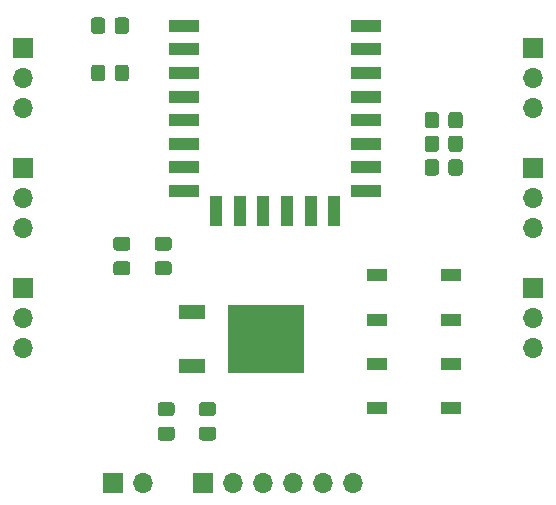
<source format=gts>
G04 #@! TF.GenerationSoftware,KiCad,Pcbnew,(6.0.5-0)*
G04 #@! TF.CreationDate,2022-06-12T23:19:16+02:00*
G04 #@! TF.ProjectId,ESP8266-Breakout,45535038-3236-4362-9d42-7265616b6f75,1.1*
G04 #@! TF.SameCoordinates,PX2faf080PY2faf080*
G04 #@! TF.FileFunction,Soldermask,Top*
G04 #@! TF.FilePolarity,Negative*
%FSLAX46Y46*%
G04 Gerber Fmt 4.6, Leading zero omitted, Abs format (unit mm)*
G04 Created by KiCad (PCBNEW (6.0.5-0)) date 2022-06-12 23:19:16*
%MOMM*%
%LPD*%
G01*
G04 APERTURE LIST*
%ADD10R,2.200000X1.200000*%
%ADD11R,6.400000X5.800000*%
%ADD12R,1.700000X1.000000*%
%ADD13R,1.700000X1.700000*%
%ADD14O,1.700000X1.700000*%
%ADD15R,2.500000X1.100000*%
%ADD16R,1.100000X2.500000*%
G04 APERTURE END LIST*
D10*
G04 #@! TO.C,U1*
X17700000Y-32970000D03*
D11*
X24000000Y-35250000D03*
D10*
X17700000Y-37530000D03*
G04 #@! TD*
D12*
G04 #@! TO.C,SW2*
X33350000Y-37350000D03*
X39650000Y-37350000D03*
X39650000Y-41150000D03*
X33350000Y-41150000D03*
G04 #@! TD*
G04 #@! TO.C,SW1*
X33350000Y-29850000D03*
X39650000Y-29850000D03*
X39650000Y-33650000D03*
X33350000Y-33650000D03*
G04 #@! TD*
G04 #@! TO.C,R5*
G36*
G01*
X40600000Y-18300000D02*
X40600000Y-19200000D01*
G75*
G02*
X40350000Y-19450000I-250000J0D01*
G01*
X39650000Y-19450000D01*
G75*
G02*
X39400000Y-19200000I0J250000D01*
G01*
X39400000Y-18300000D01*
G75*
G02*
X39650000Y-18050000I250000J0D01*
G01*
X40350000Y-18050000D01*
G75*
G02*
X40600000Y-18300000I0J-250000D01*
G01*
G37*
G36*
G01*
X38600000Y-18300000D02*
X38600000Y-19200000D01*
G75*
G02*
X38350000Y-19450000I-250000J0D01*
G01*
X37650000Y-19450000D01*
G75*
G02*
X37400000Y-19200000I0J250000D01*
G01*
X37400000Y-18300000D01*
G75*
G02*
X37650000Y-18050000I250000J0D01*
G01*
X38350000Y-18050000D01*
G75*
G02*
X38600000Y-18300000I0J-250000D01*
G01*
G37*
G04 #@! TD*
G04 #@! TO.C,R4*
G36*
G01*
X37400000Y-21200000D02*
X37400000Y-20300000D01*
G75*
G02*
X37650000Y-20050000I250000J0D01*
G01*
X38350000Y-20050000D01*
G75*
G02*
X38600000Y-20300000I0J-250000D01*
G01*
X38600000Y-21200000D01*
G75*
G02*
X38350000Y-21450000I-250000J0D01*
G01*
X37650000Y-21450000D01*
G75*
G02*
X37400000Y-21200000I0J250000D01*
G01*
G37*
G36*
G01*
X39400000Y-21200000D02*
X39400000Y-20300000D01*
G75*
G02*
X39650000Y-20050000I250000J0D01*
G01*
X40350000Y-20050000D01*
G75*
G02*
X40600000Y-20300000I0J-250000D01*
G01*
X40600000Y-21200000D01*
G75*
G02*
X40350000Y-21450000I-250000J0D01*
G01*
X39650000Y-21450000D01*
G75*
G02*
X39400000Y-21200000I0J250000D01*
G01*
G37*
G04 #@! TD*
G04 #@! TO.C,R3*
G36*
G01*
X40600000Y-16300000D02*
X40600000Y-17200000D01*
G75*
G02*
X40350000Y-17450000I-250000J0D01*
G01*
X39650000Y-17450000D01*
G75*
G02*
X39400000Y-17200000I0J250000D01*
G01*
X39400000Y-16300000D01*
G75*
G02*
X39650000Y-16050000I250000J0D01*
G01*
X40350000Y-16050000D01*
G75*
G02*
X40600000Y-16300000I0J-250000D01*
G01*
G37*
G36*
G01*
X38600000Y-16300000D02*
X38600000Y-17200000D01*
G75*
G02*
X38350000Y-17450000I-250000J0D01*
G01*
X37650000Y-17450000D01*
G75*
G02*
X37400000Y-17200000I0J250000D01*
G01*
X37400000Y-16300000D01*
G75*
G02*
X37650000Y-16050000I250000J0D01*
G01*
X38350000Y-16050000D01*
G75*
G02*
X38600000Y-16300000I0J-250000D01*
G01*
G37*
G04 #@! TD*
G04 #@! TO.C,R2*
G36*
G01*
X9150000Y-9200000D02*
X9150000Y-8300000D01*
G75*
G02*
X9400000Y-8050000I250000J0D01*
G01*
X10100000Y-8050000D01*
G75*
G02*
X10350000Y-8300000I0J-250000D01*
G01*
X10350000Y-9200000D01*
G75*
G02*
X10100000Y-9450000I-250000J0D01*
G01*
X9400000Y-9450000D01*
G75*
G02*
X9150000Y-9200000I0J250000D01*
G01*
G37*
G36*
G01*
X11150000Y-9200000D02*
X11150000Y-8300000D01*
G75*
G02*
X11400000Y-8050000I250000J0D01*
G01*
X12100000Y-8050000D01*
G75*
G02*
X12350000Y-8300000I0J-250000D01*
G01*
X12350000Y-9200000D01*
G75*
G02*
X12100000Y-9450000I-250000J0D01*
G01*
X11400000Y-9450000D01*
G75*
G02*
X11150000Y-9200000I0J250000D01*
G01*
G37*
G04 #@! TD*
G04 #@! TO.C,R1*
G36*
G01*
X9150000Y-13200000D02*
X9150000Y-12300000D01*
G75*
G02*
X9400000Y-12050000I250000J0D01*
G01*
X10100000Y-12050000D01*
G75*
G02*
X10350000Y-12300000I0J-250000D01*
G01*
X10350000Y-13200000D01*
G75*
G02*
X10100000Y-13450000I-250000J0D01*
G01*
X9400000Y-13450000D01*
G75*
G02*
X9150000Y-13200000I0J250000D01*
G01*
G37*
G36*
G01*
X11150000Y-13200000D02*
X11150000Y-12300000D01*
G75*
G02*
X11400000Y-12050000I250000J0D01*
G01*
X12100000Y-12050000D01*
G75*
G02*
X12350000Y-12300000I0J-250000D01*
G01*
X12350000Y-13200000D01*
G75*
G02*
X12100000Y-13450000I-250000J0D01*
G01*
X11400000Y-13450000D01*
G75*
G02*
X11150000Y-13200000I0J250000D01*
G01*
G37*
G04 #@! TD*
D13*
G04 #@! TO.C,J8*
X18650000Y-47460000D03*
D14*
X21190000Y-47460000D03*
X23730000Y-47460000D03*
X26270000Y-47460000D03*
X28810000Y-47460000D03*
X31350000Y-47460000D03*
G04 #@! TD*
D13*
G04 #@! TO.C,J7*
X11030000Y-47460000D03*
D14*
X13570000Y-47460000D03*
G04 #@! TD*
D13*
G04 #@! TO.C,J6*
X3410000Y-20790000D03*
D14*
X3410000Y-23330000D03*
X3410000Y-25870000D03*
G04 #@! TD*
D13*
G04 #@! TO.C,J5*
X3410000Y-10630000D03*
D14*
X3410000Y-13170000D03*
X3410000Y-15710000D03*
G04 #@! TD*
D13*
G04 #@! TO.C,J4*
X46590000Y-30950000D03*
D14*
X46590000Y-33490000D03*
X46590000Y-36030000D03*
G04 #@! TD*
D13*
G04 #@! TO.C,J3*
X3410000Y-30950000D03*
D14*
X3410000Y-33490000D03*
X3410000Y-36030000D03*
G04 #@! TD*
D13*
G04 #@! TO.C,J2*
X46590000Y-10630000D03*
D14*
X46590000Y-13170000D03*
X46590000Y-15710000D03*
G04 #@! TD*
D13*
G04 #@! TO.C,J1*
X46590000Y-20790000D03*
D14*
X46590000Y-23330000D03*
X46590000Y-25870000D03*
G04 #@! TD*
G04 #@! TO.C,C4*
G36*
G01*
X11275000Y-26625000D02*
X12225000Y-26625000D01*
G75*
G02*
X12475000Y-26875000I0J-250000D01*
G01*
X12475000Y-27550000D01*
G75*
G02*
X12225000Y-27800000I-250000J0D01*
G01*
X11275000Y-27800000D01*
G75*
G02*
X11025000Y-27550000I0J250000D01*
G01*
X11025000Y-26875000D01*
G75*
G02*
X11275000Y-26625000I250000J0D01*
G01*
G37*
G36*
G01*
X11275000Y-28700000D02*
X12225000Y-28700000D01*
G75*
G02*
X12475000Y-28950000I0J-250000D01*
G01*
X12475000Y-29625000D01*
G75*
G02*
X12225000Y-29875000I-250000J0D01*
G01*
X11275000Y-29875000D01*
G75*
G02*
X11025000Y-29625000I0J250000D01*
G01*
X11025000Y-28950000D01*
G75*
G02*
X11275000Y-28700000I250000J0D01*
G01*
G37*
G04 #@! TD*
G04 #@! TO.C,C3*
G36*
G01*
X14775000Y-26625000D02*
X15725000Y-26625000D01*
G75*
G02*
X15975000Y-26875000I0J-250000D01*
G01*
X15975000Y-27550000D01*
G75*
G02*
X15725000Y-27800000I-250000J0D01*
G01*
X14775000Y-27800000D01*
G75*
G02*
X14525000Y-27550000I0J250000D01*
G01*
X14525000Y-26875000D01*
G75*
G02*
X14775000Y-26625000I250000J0D01*
G01*
G37*
G36*
G01*
X14775000Y-28700000D02*
X15725000Y-28700000D01*
G75*
G02*
X15975000Y-28950000I0J-250000D01*
G01*
X15975000Y-29625000D01*
G75*
G02*
X15725000Y-29875000I-250000J0D01*
G01*
X14775000Y-29875000D01*
G75*
G02*
X14525000Y-29625000I0J250000D01*
G01*
X14525000Y-28950000D01*
G75*
G02*
X14775000Y-28700000I250000J0D01*
G01*
G37*
G04 #@! TD*
G04 #@! TO.C,C2*
G36*
G01*
X18525000Y-40625000D02*
X19475000Y-40625000D01*
G75*
G02*
X19725000Y-40875000I0J-250000D01*
G01*
X19725000Y-41550000D01*
G75*
G02*
X19475000Y-41800000I-250000J0D01*
G01*
X18525000Y-41800000D01*
G75*
G02*
X18275000Y-41550000I0J250000D01*
G01*
X18275000Y-40875000D01*
G75*
G02*
X18525000Y-40625000I250000J0D01*
G01*
G37*
G36*
G01*
X18525000Y-42700000D02*
X19475000Y-42700000D01*
G75*
G02*
X19725000Y-42950000I0J-250000D01*
G01*
X19725000Y-43625000D01*
G75*
G02*
X19475000Y-43875000I-250000J0D01*
G01*
X18525000Y-43875000D01*
G75*
G02*
X18275000Y-43625000I0J250000D01*
G01*
X18275000Y-42950000D01*
G75*
G02*
X18525000Y-42700000I250000J0D01*
G01*
G37*
G04 #@! TD*
G04 #@! TO.C,C1*
G36*
G01*
X15025000Y-40625000D02*
X15975000Y-40625000D01*
G75*
G02*
X16225000Y-40875000I0J-250000D01*
G01*
X16225000Y-41550000D01*
G75*
G02*
X15975000Y-41800000I-250000J0D01*
G01*
X15025000Y-41800000D01*
G75*
G02*
X14775000Y-41550000I0J250000D01*
G01*
X14775000Y-40875000D01*
G75*
G02*
X15025000Y-40625000I250000J0D01*
G01*
G37*
G36*
G01*
X15025000Y-42700000D02*
X15975000Y-42700000D01*
G75*
G02*
X16225000Y-42950000I0J-250000D01*
G01*
X16225000Y-43625000D01*
G75*
G02*
X15975000Y-43875000I-250000J0D01*
G01*
X15025000Y-43875000D01*
G75*
G02*
X14775000Y-43625000I0J250000D01*
G01*
X14775000Y-42950000D01*
G75*
G02*
X15025000Y-42700000I250000J0D01*
G01*
G37*
G04 #@! TD*
D15*
G04 #@! TO.C,U2*
X17050000Y-8750000D03*
X17050000Y-10750000D03*
X17050000Y-12750000D03*
X17050000Y-14750000D03*
X17050000Y-16750000D03*
X17050000Y-18750000D03*
X17050000Y-20750000D03*
X17050000Y-22750000D03*
X32450000Y-22750000D03*
X32450000Y-20750000D03*
X32450000Y-18750000D03*
X32450000Y-16750000D03*
X32450000Y-14750000D03*
X32450000Y-12750000D03*
X32450000Y-10750000D03*
X32450000Y-8750000D03*
D16*
X19740000Y-24450000D03*
X21740000Y-24450000D03*
X23740000Y-24450000D03*
X25740000Y-24450000D03*
X27740000Y-24450000D03*
X29740000Y-24450000D03*
G04 #@! TD*
M02*

</source>
